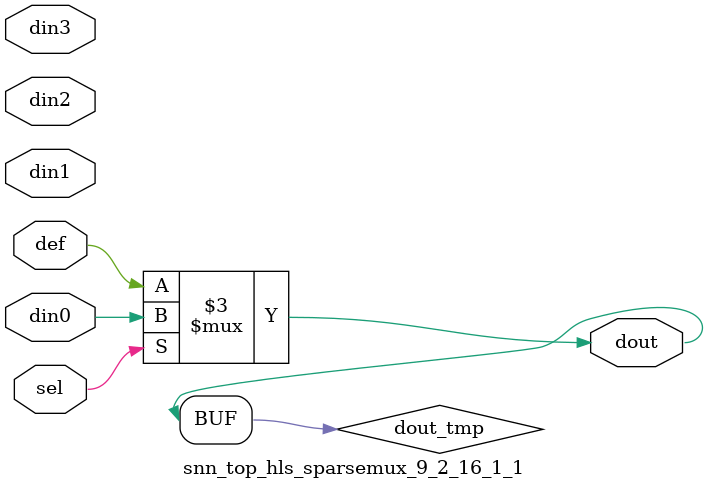
<source format=v>
`timescale 1ns / 1ps

(* DowngradeIPIdentifiedWarnings="yes" *) module snn_top_hls_sparsemux_9_2_16_1_1 (din0,din1,din2,din3,def,sel,dout);

parameter din0_WIDTH = 1;

parameter din1_WIDTH = 1;

parameter din2_WIDTH = 1;

parameter din3_WIDTH = 1;

parameter def_WIDTH = 1;
parameter sel_WIDTH = 1;
parameter dout_WIDTH = 1;

parameter [sel_WIDTH-1:0] CASE0 = 1;

parameter [sel_WIDTH-1:0] CASE1 = 1;

parameter [sel_WIDTH-1:0] CASE2 = 1;

parameter [sel_WIDTH-1:0] CASE3 = 1;

parameter ID = 1;
parameter NUM_STAGE = 1;



input [din0_WIDTH-1:0] din0;

input [din1_WIDTH-1:0] din1;

input [din2_WIDTH-1:0] din2;

input [din3_WIDTH-1:0] din3;

input [def_WIDTH-1:0] def;
input [sel_WIDTH-1:0] sel;

output [dout_WIDTH-1:0] dout;



reg [dout_WIDTH-1:0] dout_tmp;


always @ (*) begin
(* parallel_case *) case (sel)
    
    CASE0 : dout_tmp = din0;
    
    CASE1 : dout_tmp = din1;
    
    CASE2 : dout_tmp = din2;
    
    CASE3 : dout_tmp = din3;
    
    default : dout_tmp = def;
endcase
end


assign dout = dout_tmp;



endmodule

</source>
